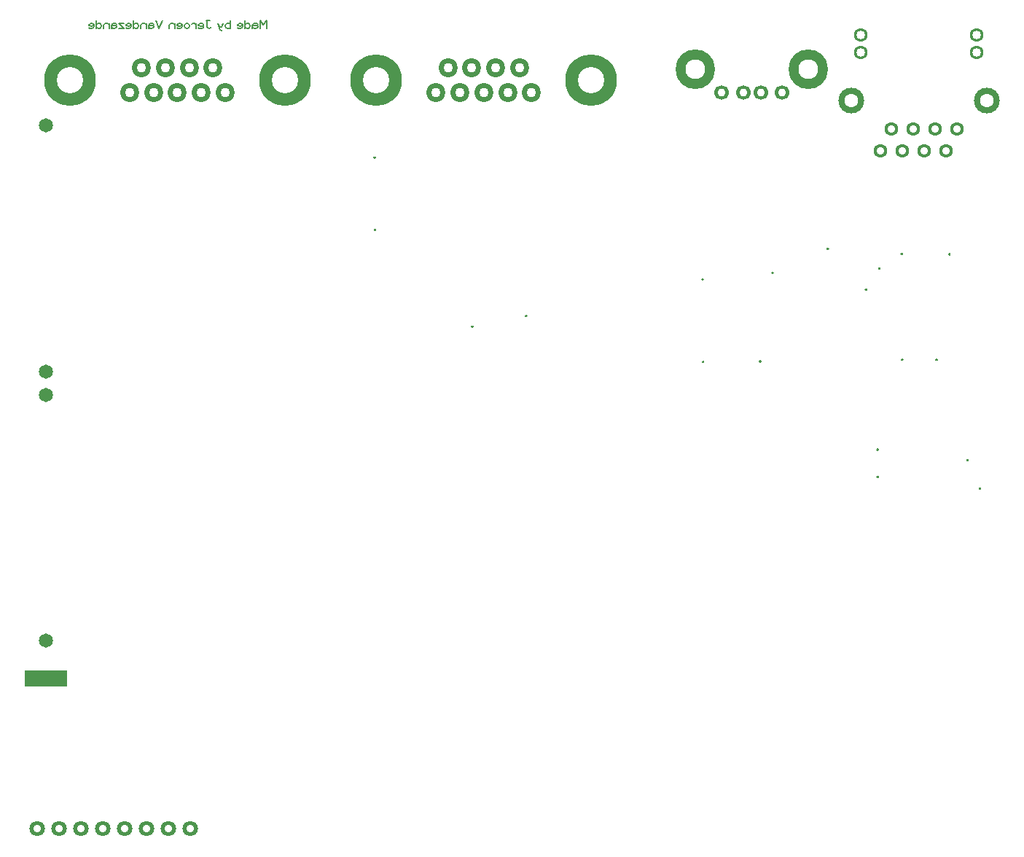
<source format=gbr>
G04 GENERATED BY PULSONIX 10.0 GERBER.DLL 7250*
G04 #@! TF.GenerationSoftware,Pulsonix,Pulsonix,10.0.7250*
G04 #@! TF.CreationDate,2019-09-22T12:23:26--1:00*
G04 #@! TF.Part,Single*
%FSLAX25Y25*%
%LPD*%
%MOIN*%
G04 #@! TF.FileFunction,Soldermask,Bot*
G04 #@! TF.FilePolarity,Negative*
%ADD86C,0.00500*%
%ADD94C,0.00001*%
G04 #@! TA.AperFunction,NonMaterial*
%ADD120C,0.00100*%
G04 #@! TD.AperFunction*
%ADD172C,0.06496*%
G04 #@! TA.AperFunction,ComponentPad*
%ADD205C,0.23622X0.12008*%
%ADD223C,0.08661X0.04291*%
%ADD225C,0.11811X0.06299*%
%ADD226C,0.06299X0.04016*%
%ADD227C,0.06299X0.03504*%
%ADD228C,0.18110X0.09055*%
%ADD229C,0.06693X0.03622*%
%ADD233C,0.07087X0.03543*%
X0Y0D02*
D02*
D86*
X118274Y-9236D02*
X118274Y-5706D01*
X116803Y-7471*
X115332Y-5706*
Y-9236*
X114224Y-7177D02*
X113635Y-6883D01*
X112753*
X112165Y-7177*
X111871Y-7765*
Y-8648*
X112165Y-8942*
X112753Y-9236*
X113341*
X113929Y-8942*
X114224Y-8648*
Y-8353*
X113929Y-8059*
X113341Y-7765*
X112753*
X112165Y-8059*
X111871Y-8353*
Y-8648D02*
X111871Y-9236D01*
X108471Y-7765D02*
X108765Y-7177D01*
X109353Y-6883*
X109941*
X110529Y-7177*
X110824Y-7765*
Y-8353*
X110529Y-8942*
X109941Y-9236*
X109353*
X108765Y-8942*
X108471Y-8353*
Y-9236D02*
X108471Y-5706D01*
X105071Y-8942D02*
X105365Y-9236D01*
X105953*
X106541*
X107129Y-8942*
X107424Y-8353*
Y-7471*
X107129Y-7177*
X106541Y-6883*
X105953*
X105365Y-7177*
X105071Y-7471*
Y-7765*
X105365Y-8059*
X105953Y-8353*
X106541*
X107129Y-8059*
X107424Y-7765*
X101874Y-8353D02*
X101579Y-8942D01*
X100991Y-9236*
X100403*
X99815Y-8942*
X99521Y-8353*
Y-7765*
X99815Y-7177*
X100403Y-6883*
X100991*
X101579Y-7177*
X101874Y-7765*
Y-9236D02*
X101874Y-5706D01*
X98474Y-6883D02*
X98179Y-8059D01*
X97591Y-8648*
X97003*
X96415Y-8059*
X96121Y-6883*
X96415Y-8059D02*
X96709Y-9236D01*
X97003Y-9824*
X97591Y-10118*
X98179Y-9824*
X92924Y-8648D02*
X92629Y-8942D01*
X92041Y-9236*
X91453Y-8942*
X91159Y-8648*
Y-5706*
X90571*
X91159D02*
X92335Y-5706D01*
X87171Y-8942D02*
X87465Y-9236D01*
X88053*
X88641*
X89229Y-8942*
X89524Y-8353*
Y-7471*
X89229Y-7177*
X88641Y-6883*
X88053*
X87465Y-7177*
X87171Y-7471*
Y-7765*
X87465Y-8059*
X88053Y-8353*
X88641*
X89229Y-8059*
X89524Y-7765*
X86124Y-9236D02*
X86124Y-6883D01*
Y-7765D02*
X85829Y-7177D01*
X85241Y-6883*
X84653*
X84065Y-7177*
X83024Y-8353D02*
X82729Y-8942D01*
X82141Y-9236*
X81553*
X80965Y-8942*
X80671Y-8353*
Y-7765*
X80965Y-7177*
X81553Y-6883*
X82141*
X82729Y-7177*
X83024Y-7765*
Y-8353*
X77271Y-8942D02*
X77565Y-9236D01*
X78153*
X78741*
X79329Y-8942*
X79624Y-8353*
Y-7471*
X79329Y-7177*
X78741Y-6883*
X78153*
X77565Y-7177*
X77271Y-7471*
Y-7765*
X77565Y-8059*
X78153Y-8353*
X78741*
X79329Y-8059*
X79624Y-7765*
X76224Y-9236D02*
X76224Y-6883D01*
Y-7765D02*
X75929Y-7177D01*
X75341Y-6883*
X74753*
X74165Y-7177*
X73871Y-7765*
Y-9236*
X70674Y-5706D02*
X69203Y-9236D01*
X67732Y-5706*
X66624Y-7177D02*
X66035Y-6883D01*
X65153*
X64565Y-7177*
X64271Y-7765*
Y-8648*
X64565Y-8942*
X65153Y-9236*
X65741*
X66329Y-8942*
X66624Y-8648*
Y-8353*
X66329Y-8059*
X65741Y-7765*
X65153*
X64565Y-8059*
X64271Y-8353*
Y-8648D02*
X64271Y-9236D01*
X63224D02*
X63224Y-6883D01*
Y-7765D02*
X62929Y-7177D01*
X62341Y-6883*
X61753*
X61165Y-7177*
X60871Y-7765*
Y-9236*
X57471Y-7765D02*
X57765Y-7177D01*
X58353Y-6883*
X58941*
X59529Y-7177*
X59824Y-7765*
Y-8353*
X59529Y-8942*
X58941Y-9236*
X58353*
X57765Y-8942*
X57471Y-8353*
Y-9236D02*
X57471Y-5706D01*
X54071Y-8942D02*
X54365Y-9236D01*
X54953*
X55541*
X56129Y-8942*
X56424Y-8353*
Y-7471*
X56129Y-7177*
X55541Y-6883*
X54953*
X54365Y-7177*
X54071Y-7471*
Y-7765*
X54365Y-8059*
X54953Y-8353*
X55541*
X56129Y-8059*
X56424Y-7765*
X53024Y-6883D02*
X50671Y-6883D01*
X53024Y-9236*
X50671*
X49624Y-7177D02*
X49035Y-6883D01*
X48153*
X47565Y-7177*
X47271Y-7765*
Y-8648*
X47565Y-8942*
X48153Y-9236*
X48741*
X49329Y-8942*
X49624Y-8648*
Y-8353*
X49329Y-8059*
X48741Y-7765*
X48153*
X47565Y-8059*
X47271Y-8353*
Y-8648D02*
X47271Y-9236D01*
X46224D02*
X46224Y-6883D01*
Y-7765D02*
X45929Y-7177D01*
X45341Y-6883*
X44753*
X44165Y-7177*
X43871Y-7765*
Y-9236*
X40471Y-7765D02*
X40765Y-7177D01*
X41353Y-6883*
X41941*
X42529Y-7177*
X42824Y-7765*
Y-8353*
X42529Y-8942*
X41941Y-9236*
X41353*
X40765Y-8942*
X40471Y-8353*
Y-9236D02*
X40471Y-5706D01*
X37071Y-8942D02*
X37365Y-9236D01*
X37953*
X38541*
X39129Y-8942*
X39424Y-8353*
Y-7471*
X39129Y-7177*
X38541Y-6883*
X37953*
X37365Y-7177*
X37071Y-7471*
Y-7765*
X37365Y-8059*
X37953Y-8353*
X38541*
X39129Y-8059*
X39424Y-7765*
D02*
D94*
X39425Y-7766D02*
X167126Y-68307D02*
G36*
X167141Y-68439D01*
X167184Y-68563D01*
X167255Y-68675D01*
X167348Y-68769D01*
X167460Y-68839D01*
X167585Y-68883D01*
X167716Y-68898D01*
X167848Y-68883D01*
X167973Y-68839D01*
X168085Y-68769D01*
X168178Y-68675D01*
X168249Y-68563D01*
X168292Y-68439D01*
X168307Y-68307D01*
X168292Y-68176D01*
X168249Y-68051D01*
X168178Y-67939D01*
X168085Y-67845D01*
X167973Y-67775D01*
X167848Y-67731D01*
X167717Y-67717D01*
X167585Y-67731D01*
X167460Y-67775D01*
X167348Y-67845D01*
X167255Y-67939D01*
X167185Y-68051D01*
X167141Y-68176D01*
X167126Y-68307D01*
G37*
X167127Y-68308D02*
X167323Y-101378D02*
G36*
X167338Y-101509D01*
X167381Y-101634D01*
X167452Y-101746D01*
X167545Y-101840D01*
X167657Y-101910D01*
X167782Y-101954D01*
X167913Y-101969D01*
X168045Y-101954D01*
X168170Y-101910D01*
X168282Y-101840D01*
X168375Y-101746D01*
X168445Y-101634D01*
X168489Y-101509D01*
X168504Y-101378D01*
X168489Y-101247D01*
X168445Y-101122D01*
X168375Y-101010D01*
X168282Y-100916D01*
X168170Y-100846D01*
X168045Y-100802D01*
X167913Y-100787D01*
X167782Y-100802D01*
X167657Y-100846D01*
X167545Y-100916D01*
X167452Y-101010D01*
X167381Y-101122D01*
X167338Y-101246D01*
X167323Y-101378D01*
G37*
X167324Y-101379D02*
X211811Y-145669D02*
G36*
X211826Y-145801D01*
X211869Y-145926D01*
X211940Y-146037D01*
X212033Y-146131D01*
X212145Y-146201D01*
X212270Y-146245D01*
X212402Y-146260D01*
X212533Y-146245D01*
X212658Y-146201D01*
X212770Y-146131D01*
X212863Y-146038D01*
X212934Y-145926D01*
X212977Y-145801D01*
X212992Y-145669D01*
X212977Y-145538D01*
X212934Y-145413D01*
X212863Y-145301D01*
X212770Y-145208D01*
X212658Y-145137D01*
X212533Y-145094D01*
X212402Y-145079D01*
X212270Y-145094D01*
X212145Y-145137D01*
X212033Y-145208D01*
X211940Y-145301D01*
X211870Y-145413D01*
X211826Y-145538D01*
X211811Y-145669D01*
G37*
X211812Y-145670D02*
X236417Y-140748D02*
G36*
X236432Y-140879D01*
X236476Y-141004D01*
X236546Y-141116D01*
X236640Y-141210D01*
X236752Y-141280D01*
X236876Y-141324D01*
X237008Y-141339D01*
X237139Y-141324D01*
X237264Y-141280D01*
X237376Y-141210D01*
X237470Y-141116D01*
X237540Y-141004D01*
X237584Y-140879D01*
X237598Y-140748D01*
X237584Y-140617D01*
X237540Y-140492D01*
X237470Y-140380D01*
X237376Y-140286D01*
X237264Y-140216D01*
X237139Y-140172D01*
X237008Y-140157D01*
X236876Y-140172D01*
X236752Y-140216D01*
X236640Y-140286D01*
X236546Y-140380D01*
X236476Y-140492D01*
X236432Y-140617D01*
X236417Y-140748D01*
G37*
X236418Y-140749D02*
X317126Y-124016D02*
G36*
X317141Y-124147D01*
X317184Y-124272D01*
X317255Y-124384D01*
X317348Y-124477D01*
X317460Y-124548D01*
X317585Y-124591D01*
X317716Y-124606D01*
X317848Y-124591D01*
X317973Y-124548D01*
X318085Y-124477D01*
X318178Y-124384D01*
X318249Y-124272D01*
X318292Y-124147D01*
X318307Y-124016D01*
X318292Y-123884D01*
X318249Y-123760D01*
X318178Y-123648D01*
X318085Y-123554D01*
X317973Y-123484D01*
X317848Y-123440D01*
X317717Y-123425D01*
X317585Y-123440D01*
X317460Y-123484D01*
X317348Y-123554D01*
X317255Y-123648D01*
X317185Y-123759D01*
X317141Y-123884D01*
X317126Y-124016D01*
G37*
X317127Y-124017D02*
X317323Y-161811D02*
G36*
X317338Y-161942D01*
X317381Y-162067D01*
X317452Y-162179D01*
X317545Y-162273D01*
X317657Y-162343D01*
X317782Y-162387D01*
X317913Y-162402D01*
X318045Y-162387D01*
X318170Y-162343D01*
X318282Y-162273D01*
X318375Y-162179D01*
X318445Y-162067D01*
X318489Y-161942D01*
X318504Y-161811D01*
X318489Y-161680D01*
X318445Y-161555D01*
X318375Y-161443D01*
X318282Y-161349D01*
X318170Y-161279D01*
X318045Y-161235D01*
X317913Y-161220D01*
X317782Y-161235D01*
X317657Y-161279D01*
X317545Y-161349D01*
X317452Y-161443D01*
X317381Y-161555D01*
X317338Y-161680D01*
X317323Y-161811D01*
G37*
X317324Y-161812D02*
X343425Y-161594D02*
G36*
X343440Y-161726D01*
X343484Y-161851D01*
X343554Y-161963D01*
X343648Y-162056D01*
X343759Y-162127D01*
X343884Y-162170D01*
X344016Y-162185D01*
X344147Y-162170D01*
X344272Y-162127D01*
X344384Y-162056D01*
X344477Y-161963D01*
X344548Y-161851D01*
X344591Y-161726D01*
X344606Y-161594D01*
X344591Y-161463D01*
X344548Y-161338D01*
X344477Y-161226D01*
X344384Y-161133D01*
X344272Y-161062D01*
X344147Y-161019D01*
X344016Y-161004D01*
X343884Y-161019D01*
X343760Y-161062D01*
X343648Y-161133D01*
X343554Y-161226D01*
X343484Y-161338D01*
X343440Y-161463D01*
X343425Y-161594D01*
G37*
X343426Y-161595D02*
X349134Y-121043D02*
G36*
X349149Y-121175D01*
X349192Y-121300D01*
X349263Y-121411D01*
X349356Y-121505D01*
X349468Y-121575D01*
X349593Y-121619D01*
X349724Y-121634D01*
X349856Y-121619D01*
X349981Y-121575D01*
X350093Y-121505D01*
X350186Y-121412D01*
X350256Y-121300D01*
X350300Y-121175D01*
X350315Y-121043D01*
X350300Y-120912D01*
X350256Y-120787D01*
X350186Y-120675D01*
X350093Y-120582D01*
X349981Y-120511D01*
X349856Y-120468D01*
X349724Y-120453D01*
X349593Y-120468D01*
X349468Y-120511D01*
X349356Y-120582D01*
X349263Y-120675D01*
X349192Y-120787D01*
X349149Y-120912D01*
X349134Y-121043D01*
G37*
X349135Y-121044D02*
X374409Y-110039D02*
G36*
X374424Y-110171D01*
X374468Y-110296D01*
X374538Y-110408D01*
X374632Y-110501D01*
X374744Y-110571D01*
X374869Y-110615D01*
X375000Y-110630D01*
X375131Y-110615D01*
X375256Y-110571D01*
X375368Y-110501D01*
X375462Y-110408D01*
X375532Y-110296D01*
X375576Y-110171D01*
X375591Y-110039D01*
X375576Y-109908D01*
X375532Y-109783D01*
X375462Y-109671D01*
X375368Y-109578D01*
X375256Y-109507D01*
X375131Y-109464D01*
X375000Y-109449D01*
X374869Y-109464D01*
X374744Y-109507D01*
X374632Y-109578D01*
X374538Y-109671D01*
X374468Y-109783D01*
X374424Y-109908D01*
X374409Y-110039D01*
G37*
X374410Y-110040D02*
X391850Y-128720D02*
G36*
X391865Y-128852D01*
X391909Y-128977D01*
X391979Y-129089D01*
X392073Y-129182D01*
X392185Y-129253D01*
X392309Y-129296D01*
X392441Y-129311D01*
X392572Y-129296D01*
X392697Y-129253D01*
X392809Y-129182D01*
X392903Y-129089D01*
X392973Y-128977D01*
X393017Y-128852D01*
X393031Y-128720D01*
X393017Y-128589D01*
X392973Y-128464D01*
X392903Y-128352D01*
X392809Y-128259D01*
X392697Y-128188D01*
X392572Y-128145D01*
X392441Y-128130D01*
X392310Y-128145D01*
X392185Y-128188D01*
X392073Y-128259D01*
X391979Y-128352D01*
X391909Y-128464D01*
X391865Y-128589D01*
X391850Y-128720D01*
G37*
X391851Y-128721D02*
X397165Y-214350D02*
G36*
X397180Y-214482D01*
X397224Y-214607D01*
X397294Y-214719D01*
X397388Y-214812D01*
X397500Y-214882D01*
X397624Y-214926D01*
X397756Y-214941D01*
X397887Y-214926D01*
X398012Y-214882D01*
X398124Y-214812D01*
X398218Y-214719D01*
X398288Y-214607D01*
X398332Y-214482D01*
X398346Y-214350D01*
X398332Y-214219D01*
X398288Y-214094D01*
X398218Y-213982D01*
X398124Y-213889D01*
X398012Y-213818D01*
X397887Y-213775D01*
X397756Y-213760D01*
X397625Y-213775D01*
X397500Y-213818D01*
X397388Y-213889D01*
X397294Y-213982D01*
X397224Y-214094D01*
X397180Y-214219D01*
X397165Y-214350D01*
G37*
X397166Y-214351D02*
X397165Y-201949D02*
G36*
X397180Y-202080D01*
X397224Y-202205D01*
X397294Y-202317D01*
X397388Y-202411D01*
X397500Y-202481D01*
X397624Y-202525D01*
X397756Y-202539D01*
X397887Y-202525D01*
X398012Y-202481D01*
X398124Y-202411D01*
X398218Y-202317D01*
X398288Y-202205D01*
X398332Y-202080D01*
X398346Y-201949D01*
X398332Y-201817D01*
X398288Y-201693D01*
X398218Y-201581D01*
X398124Y-201487D01*
X398012Y-201417D01*
X397887Y-201373D01*
X397756Y-201358D01*
X397625Y-201373D01*
X397500Y-201417D01*
X397388Y-201487D01*
X397294Y-201581D01*
X397224Y-201693D01*
X397180Y-201817D01*
X397165Y-201949D01*
G37*
X397166Y-201950D02*
X397953Y-119075D02*
G36*
X397968Y-119206D01*
X398011Y-119331D01*
X398082Y-119443D01*
X398175Y-119536D01*
X398287Y-119607D01*
X398412Y-119651D01*
X398543Y-119665D01*
X398675Y-119651D01*
X398799Y-119607D01*
X398911Y-119537D01*
X399005Y-119443D01*
X399075Y-119331D01*
X399119Y-119206D01*
X399134Y-119075D01*
X399119Y-118943D01*
X399075Y-118819D01*
X399005Y-118707D01*
X398912Y-118613D01*
X398800Y-118543D01*
X398675Y-118499D01*
X398543Y-118484D01*
X398412Y-118499D01*
X398287Y-118543D01*
X398175Y-118613D01*
X398082Y-118707D01*
X398011Y-118819D01*
X397968Y-118943D01*
X397953Y-119075D01*
G37*
X397954Y-119076D02*
X408189Y-112382D02*
G36*
X408204Y-112513D01*
X408247Y-112638D01*
X408318Y-112750D01*
X408411Y-112844D01*
X408523Y-112914D01*
X408648Y-112958D01*
X408779Y-112972D01*
X408911Y-112958D01*
X409036Y-112914D01*
X409148Y-112844D01*
X409241Y-112750D01*
X409312Y-112638D01*
X409355Y-112513D01*
X409370Y-112382D01*
X409355Y-112250D01*
X409312Y-112126D01*
X409241Y-112014D01*
X409148Y-111920D01*
X409036Y-111850D01*
X408911Y-111806D01*
X408780Y-111791D01*
X408648Y-111806D01*
X408523Y-111850D01*
X408411Y-111920D01*
X408318Y-112014D01*
X408248Y-112126D01*
X408204Y-112250D01*
X408189Y-112382D01*
G37*
X408190Y-112383D02*
X408386Y-160807D02*
G36*
X408401Y-160939D01*
X408444Y-161063D01*
X408515Y-161175D01*
X408608Y-161269D01*
X408720Y-161339D01*
X408845Y-161383D01*
X408976Y-161398D01*
X409108Y-161383D01*
X409233Y-161339D01*
X409345Y-161269D01*
X409438Y-161175D01*
X409508Y-161063D01*
X409552Y-160939D01*
X409567Y-160807D01*
X409552Y-160676D01*
X409508Y-160551D01*
X409438Y-160439D01*
X409345Y-160345D01*
X409233Y-160275D01*
X409108Y-160231D01*
X408976Y-160217D01*
X408845Y-160231D01*
X408720Y-160275D01*
X408608Y-160345D01*
X408515Y-160439D01*
X408444Y-160551D01*
X408401Y-160676D01*
X408386Y-160807D01*
G37*
X408387Y-160808D02*
X424134Y-160807D02*
G36*
X424149Y-160939D01*
X424192Y-161063D01*
X424263Y-161175D01*
X424356Y-161269D01*
X424468Y-161339D01*
X424593Y-161383D01*
X424724Y-161398D01*
X424856Y-161383D01*
X424981Y-161339D01*
X425093Y-161269D01*
X425186Y-161175D01*
X425256Y-161063D01*
X425300Y-160939D01*
X425315Y-160807D01*
X425300Y-160676D01*
X425256Y-160551D01*
X425186Y-160439D01*
X425093Y-160345D01*
X424981Y-160275D01*
X424856Y-160231D01*
X424724Y-160217D01*
X424593Y-160231D01*
X424468Y-160275D01*
X424356Y-160345D01*
X424263Y-160439D01*
X424192Y-160551D01*
X424149Y-160676D01*
X424134Y-160807D01*
G37*
X424135Y-160808D02*
X430039Y-112579D02*
G36*
X430054Y-112710D01*
X430098Y-112835D01*
X430168Y-112947D01*
X430262Y-113040D01*
X430374Y-113111D01*
X430498Y-113154D01*
X430630Y-113169D01*
X430761Y-113154D01*
X430886Y-113111D01*
X430998Y-113040D01*
X431092Y-112947D01*
X431162Y-112835D01*
X431206Y-112710D01*
X431220Y-112579D01*
X431206Y-112447D01*
X431162Y-112323D01*
X431092Y-112211D01*
X430998Y-112117D01*
X430886Y-112047D01*
X430761Y-112003D01*
X430630Y-111988D01*
X430499Y-112003D01*
X430374Y-112047D01*
X430262Y-112117D01*
X430168Y-112211D01*
X430098Y-112322D01*
X430054Y-112447D01*
X430039Y-112579D01*
G37*
X430040Y-112580D02*
X438307Y-206673D02*
G36*
X438322Y-206805D01*
X438366Y-206929D01*
X438436Y-207041D01*
X438529Y-207135D01*
X438641Y-207205D01*
X438766Y-207249D01*
X438898Y-207264D01*
X439029Y-207249D01*
X439154Y-207205D01*
X439266Y-207135D01*
X439359Y-207041D01*
X439430Y-206929D01*
X439473Y-206805D01*
X439488Y-206673D01*
X439473Y-206542D01*
X439430Y-206417D01*
X439359Y-206305D01*
X439266Y-206212D01*
X439154Y-206141D01*
X439029Y-206097D01*
X438898Y-206083D01*
X438766Y-206097D01*
X438641Y-206141D01*
X438529Y-206211D01*
X438436Y-206305D01*
X438366Y-206417D01*
X438322Y-206542D01*
X438307Y-206673D01*
G37*
X438308Y-206674D02*
X444016Y-219665D02*
G36*
X444031Y-219797D01*
X444074Y-219922D01*
X444145Y-220034D01*
X444238Y-220127D01*
X444350Y-220197D01*
X444475Y-220241D01*
X444606Y-220256D01*
X444738Y-220241D01*
X444862Y-220197D01*
X444974Y-220127D01*
X445068Y-220034D01*
X445138Y-219922D01*
X445182Y-219797D01*
X445197Y-219665D01*
X445182Y-219534D01*
X445138Y-219409D01*
X445068Y-219297D01*
X444975Y-219204D01*
X444863Y-219133D01*
X444738Y-219090D01*
X444606Y-219075D01*
X444475Y-219090D01*
X444350Y-219133D01*
X444238Y-219204D01*
X444145Y-219297D01*
X444074Y-219409D01*
X444031Y-219534D01*
X444016Y-219665D01*
G37*
D02*
D120*
X7579Y-309941D02*
X26571D01*
Y-302949*
X7579*
Y-309941*
X7580Y-309942D02*
X7579Y-309941D02*
G36*
X26571D01*
Y-302949D01*
X7579D01*
Y-309941D01*
G37*
D02*
D172*
X17512Y-289260D03*
Y-176858D03*
Y-166122D03*
Y-53720D03*
D02*
D205*
X28268Y-32854D03*
X126693D03*
X168425D03*
X266850D03*
D02*
D223*
X55669Y-38445D03*
X61122Y-27264D03*
X66575Y-38445D03*
X72028Y-27264D03*
X77480Y-38445D03*
X82933Y-27264D03*
X88386Y-38445D03*
X93839Y-27264D03*
X99291Y-38445D03*
X195827D03*
X201280Y-27264D03*
X206732Y-38445D03*
X212185Y-27264D03*
X217638Y-38445D03*
X223091Y-27264D03*
X228543Y-38445D03*
X233996Y-27264D03*
X239449Y-38445D03*
D02*
D225*
X385650Y-42106D03*
X447657D03*
D02*
D226*
X390177Y-20098D03*
Y-12106D03*
X443130Y-20098D03*
Y-12106D03*
D02*
D227*
X399154Y-65098D03*
X404154Y-55098D03*
X409154Y-65098D03*
X414154Y-55098D03*
X419154Y-65098D03*
X424154Y-55098D03*
X429154Y-65098D03*
X434154Y-55098D03*
D02*
D228*
X314409Y-27933D03*
X366142D03*
D02*
D229*
X326496Y-38563D03*
X336339D03*
X344213D03*
X354055D03*
D02*
D233*
X13307Y-375374D03*
X23307D03*
X33307D03*
X43307D03*
X53307D03*
X63307D03*
X73307D03*
X83307D03*
X0Y0D02*
M02*

</source>
